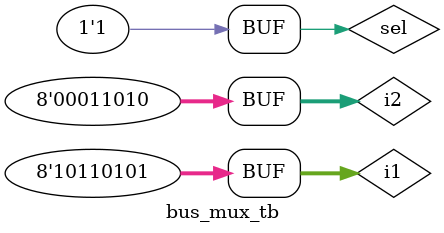
<source format=v>
`include"mux2_1.v"

module bus_mux #(parameter w=8)(
	input [w-1:0]i1,
	input [w-1:0]i2,
	input sel,
	output [w-1:0]o
);

genvar index;
generate
	for(index=0;index<=w;index=index+1) begin: mux2_1
		mux2_1 mux2_inst(.i({i1[index], i2[index]}), .sel(sel), .o(o[index]));
	end
endgenerate

endmodule

module bus_mux_tb();

parameter w=8;
reg [w-1:0]i1;
reg [w-1:0]i2;
reg sel;
wire [w-1:0]o;

bus_mux DUT_BUS_MUX(.i1(i1), .i2(i2), .sel(sel), .o(o));

initial begin
i1=8'b10110101;
i2=8'b00011010;
sel=0;
#100;
sel=1;
#100;
end

endmodule
</source>
